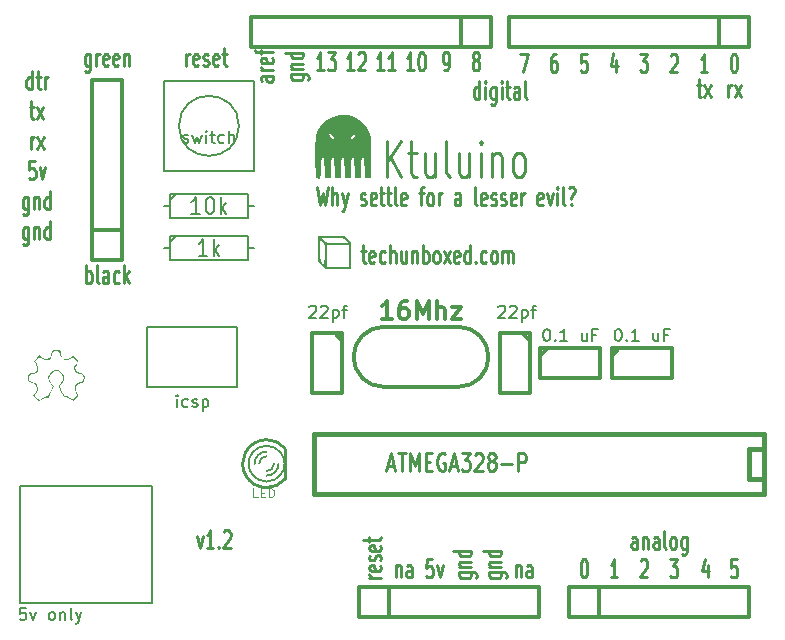
<source format=gto>
G04 (created by PCBNEW (2013-07-07 BZR 4022)-stable) date 8/3/2013 10:48:53 AM*
%MOIN*%
G04 Gerber Fmt 3.4, Leading zero omitted, Abs format*
%FSLAX34Y34*%
G01*
G70*
G90*
G04 APERTURE LIST*
%ADD10C,0.00590551*%
%ADD11C,0.01*%
%ADD12C,0.012*%
%ADD13C,0.008*%
%ADD14C,0.006*%
%ADD15C,0.015*%
%ADD16C,0.0001*%
%ADD17C,0.005*%
%ADD18C,0.0125*%
%ADD19C,0.0035*%
%ADD20C,0.01125*%
G04 APERTURE END LIST*
G54D10*
G54D11*
X71408Y-58392D02*
X71503Y-58792D01*
X71599Y-58392D01*
X71960Y-58792D02*
X71732Y-58792D01*
X71846Y-58792D02*
X71846Y-58192D01*
X71808Y-58278D01*
X71770Y-58335D01*
X71732Y-58364D01*
X72132Y-58735D02*
X72151Y-58764D01*
X72132Y-58792D01*
X72113Y-58764D01*
X72132Y-58735D01*
X72132Y-58792D01*
X72303Y-58250D02*
X72322Y-58221D01*
X72360Y-58192D01*
X72456Y-58192D01*
X72494Y-58221D01*
X72513Y-58250D01*
X72532Y-58307D01*
X72532Y-58364D01*
X72513Y-58450D01*
X72284Y-58792D01*
X72532Y-58792D01*
X75424Y-46762D02*
X75520Y-47362D01*
X75596Y-46934D01*
X75672Y-47362D01*
X75767Y-46762D01*
X75920Y-47362D02*
X75920Y-46762D01*
X76091Y-47362D02*
X76091Y-47048D01*
X76072Y-46991D01*
X76034Y-46962D01*
X75977Y-46962D01*
X75939Y-46991D01*
X75920Y-47020D01*
X76243Y-46962D02*
X76339Y-47362D01*
X76434Y-46962D02*
X76339Y-47362D01*
X76300Y-47505D01*
X76281Y-47534D01*
X76243Y-47562D01*
X76872Y-47334D02*
X76910Y-47362D01*
X76986Y-47362D01*
X77024Y-47334D01*
X77043Y-47277D01*
X77043Y-47248D01*
X77024Y-47191D01*
X76986Y-47162D01*
X76929Y-47162D01*
X76891Y-47134D01*
X76872Y-47077D01*
X76872Y-47048D01*
X76891Y-46991D01*
X76929Y-46962D01*
X76986Y-46962D01*
X77024Y-46991D01*
X77367Y-47334D02*
X77329Y-47362D01*
X77253Y-47362D01*
X77215Y-47334D01*
X77196Y-47277D01*
X77196Y-47048D01*
X77215Y-46991D01*
X77253Y-46962D01*
X77329Y-46962D01*
X77367Y-46991D01*
X77386Y-47048D01*
X77386Y-47105D01*
X77196Y-47162D01*
X77500Y-46962D02*
X77653Y-46962D01*
X77558Y-46762D02*
X77558Y-47277D01*
X77577Y-47334D01*
X77615Y-47362D01*
X77653Y-47362D01*
X77729Y-46962D02*
X77881Y-46962D01*
X77786Y-46762D02*
X77786Y-47277D01*
X77805Y-47334D01*
X77843Y-47362D01*
X77881Y-47362D01*
X78072Y-47362D02*
X78034Y-47334D01*
X78015Y-47277D01*
X78015Y-46762D01*
X78377Y-47334D02*
X78339Y-47362D01*
X78262Y-47362D01*
X78224Y-47334D01*
X78205Y-47277D01*
X78205Y-47048D01*
X78224Y-46991D01*
X78262Y-46962D01*
X78339Y-46962D01*
X78377Y-46991D01*
X78396Y-47048D01*
X78396Y-47105D01*
X78205Y-47162D01*
X78815Y-46962D02*
X78967Y-46962D01*
X78872Y-47362D02*
X78872Y-46848D01*
X78891Y-46791D01*
X78929Y-46762D01*
X78967Y-46762D01*
X79158Y-47362D02*
X79120Y-47334D01*
X79100Y-47305D01*
X79081Y-47248D01*
X79081Y-47077D01*
X79100Y-47020D01*
X79120Y-46991D01*
X79158Y-46962D01*
X79215Y-46962D01*
X79253Y-46991D01*
X79272Y-47020D01*
X79291Y-47077D01*
X79291Y-47248D01*
X79272Y-47305D01*
X79253Y-47334D01*
X79215Y-47362D01*
X79158Y-47362D01*
X79462Y-47362D02*
X79462Y-46962D01*
X79462Y-47077D02*
X79481Y-47020D01*
X79500Y-46991D01*
X79539Y-46962D01*
X79577Y-46962D01*
X80186Y-47362D02*
X80186Y-47048D01*
X80167Y-46991D01*
X80129Y-46962D01*
X80053Y-46962D01*
X80015Y-46991D01*
X80186Y-47334D02*
X80148Y-47362D01*
X80053Y-47362D01*
X80015Y-47334D01*
X79996Y-47277D01*
X79996Y-47220D01*
X80015Y-47162D01*
X80053Y-47134D01*
X80148Y-47134D01*
X80186Y-47105D01*
X80739Y-47362D02*
X80700Y-47334D01*
X80681Y-47277D01*
X80681Y-46762D01*
X81043Y-47334D02*
X81005Y-47362D01*
X80929Y-47362D01*
X80891Y-47334D01*
X80872Y-47277D01*
X80872Y-47048D01*
X80891Y-46991D01*
X80929Y-46962D01*
X81005Y-46962D01*
X81043Y-46991D01*
X81062Y-47048D01*
X81062Y-47105D01*
X80872Y-47162D01*
X81215Y-47334D02*
X81253Y-47362D01*
X81329Y-47362D01*
X81367Y-47334D01*
X81386Y-47277D01*
X81386Y-47248D01*
X81367Y-47191D01*
X81329Y-47162D01*
X81272Y-47162D01*
X81234Y-47134D01*
X81215Y-47077D01*
X81215Y-47048D01*
X81234Y-46991D01*
X81272Y-46962D01*
X81329Y-46962D01*
X81367Y-46991D01*
X81539Y-47334D02*
X81577Y-47362D01*
X81653Y-47362D01*
X81691Y-47334D01*
X81710Y-47277D01*
X81710Y-47248D01*
X81691Y-47191D01*
X81653Y-47162D01*
X81596Y-47162D01*
X81558Y-47134D01*
X81539Y-47077D01*
X81539Y-47048D01*
X81558Y-46991D01*
X81596Y-46962D01*
X81653Y-46962D01*
X81691Y-46991D01*
X82034Y-47334D02*
X81996Y-47362D01*
X81919Y-47362D01*
X81881Y-47334D01*
X81862Y-47277D01*
X81862Y-47048D01*
X81881Y-46991D01*
X81919Y-46962D01*
X81996Y-46962D01*
X82034Y-46991D01*
X82053Y-47048D01*
X82053Y-47105D01*
X81862Y-47162D01*
X82224Y-47362D02*
X82224Y-46962D01*
X82224Y-47077D02*
X82243Y-47020D01*
X82262Y-46991D01*
X82300Y-46962D01*
X82339Y-46962D01*
X82929Y-47334D02*
X82891Y-47362D01*
X82815Y-47362D01*
X82777Y-47334D01*
X82758Y-47277D01*
X82758Y-47048D01*
X82777Y-46991D01*
X82815Y-46962D01*
X82891Y-46962D01*
X82929Y-46991D01*
X82948Y-47048D01*
X82948Y-47105D01*
X82758Y-47162D01*
X83081Y-46962D02*
X83177Y-47362D01*
X83272Y-46962D01*
X83424Y-47362D02*
X83424Y-46962D01*
X83424Y-46762D02*
X83405Y-46791D01*
X83424Y-46820D01*
X83443Y-46791D01*
X83424Y-46762D01*
X83424Y-46820D01*
X83672Y-47362D02*
X83634Y-47334D01*
X83615Y-47277D01*
X83615Y-46762D01*
X83881Y-47305D02*
X83900Y-47334D01*
X83881Y-47362D01*
X83862Y-47334D01*
X83881Y-47305D01*
X83881Y-47362D01*
X83805Y-46791D02*
X83843Y-46762D01*
X83939Y-46762D01*
X83977Y-46791D01*
X83996Y-46848D01*
X83996Y-46905D01*
X83977Y-46962D01*
X83958Y-46991D01*
X83919Y-47020D01*
X83900Y-47048D01*
X83881Y-47105D01*
X83881Y-47134D01*
X77744Y-46415D02*
X77744Y-45215D01*
X78201Y-46415D02*
X77858Y-45730D01*
X78201Y-45215D02*
X77744Y-45901D01*
X78430Y-45615D02*
X78734Y-45615D01*
X78544Y-45215D02*
X78544Y-46244D01*
X78582Y-46358D01*
X78658Y-46415D01*
X78734Y-46415D01*
X79344Y-45615D02*
X79344Y-46415D01*
X79001Y-45615D02*
X79001Y-46244D01*
X79039Y-46358D01*
X79115Y-46415D01*
X79230Y-46415D01*
X79306Y-46358D01*
X79344Y-46301D01*
X79839Y-46415D02*
X79763Y-46358D01*
X79725Y-46244D01*
X79725Y-45215D01*
X80487Y-45615D02*
X80487Y-46415D01*
X80144Y-45615D02*
X80144Y-46244D01*
X80182Y-46358D01*
X80258Y-46415D01*
X80372Y-46415D01*
X80449Y-46358D01*
X80487Y-46301D01*
X80868Y-46415D02*
X80868Y-45615D01*
X80868Y-45215D02*
X80830Y-45272D01*
X80868Y-45330D01*
X80906Y-45272D01*
X80868Y-45215D01*
X80868Y-45330D01*
X81249Y-45615D02*
X81249Y-46415D01*
X81249Y-45730D02*
X81287Y-45672D01*
X81363Y-45615D01*
X81477Y-45615D01*
X81553Y-45672D01*
X81591Y-45787D01*
X81591Y-46415D01*
X82087Y-46415D02*
X82010Y-46358D01*
X81972Y-46301D01*
X81934Y-46187D01*
X81934Y-45844D01*
X81972Y-45730D01*
X82010Y-45672D01*
X82087Y-45615D01*
X82201Y-45615D01*
X82277Y-45672D01*
X82315Y-45730D01*
X82353Y-45844D01*
X82353Y-46187D01*
X82315Y-46301D01*
X82277Y-46358D01*
X82201Y-46415D01*
X82087Y-46415D01*
X65917Y-43492D02*
X65917Y-42892D01*
X65917Y-43464D02*
X65879Y-43492D01*
X65803Y-43492D01*
X65765Y-43464D01*
X65746Y-43435D01*
X65727Y-43378D01*
X65727Y-43207D01*
X65746Y-43150D01*
X65765Y-43121D01*
X65803Y-43092D01*
X65879Y-43092D01*
X65917Y-43121D01*
X66050Y-43092D02*
X66203Y-43092D01*
X66108Y-42892D02*
X66108Y-43407D01*
X66127Y-43464D01*
X66165Y-43492D01*
X66203Y-43492D01*
X66336Y-43492D02*
X66336Y-43092D01*
X66336Y-43207D02*
X66355Y-43150D01*
X66374Y-43121D01*
X66412Y-43092D01*
X66450Y-43092D01*
X65831Y-44092D02*
X65984Y-44092D01*
X65889Y-43892D02*
X65889Y-44407D01*
X65908Y-44464D01*
X65946Y-44492D01*
X65984Y-44492D01*
X66079Y-44492D02*
X66289Y-44092D01*
X66079Y-44092D02*
X66289Y-44492D01*
X65879Y-45492D02*
X65879Y-45092D01*
X65879Y-45207D02*
X65898Y-45150D01*
X65917Y-45121D01*
X65955Y-45092D01*
X65993Y-45092D01*
X66089Y-45492D02*
X66298Y-45092D01*
X66089Y-45092D02*
X66298Y-45492D01*
X66012Y-45892D02*
X65822Y-45892D01*
X65803Y-46178D01*
X65822Y-46150D01*
X65860Y-46121D01*
X65955Y-46121D01*
X65993Y-46150D01*
X66012Y-46178D01*
X66031Y-46235D01*
X66031Y-46378D01*
X66012Y-46435D01*
X65993Y-46464D01*
X65955Y-46492D01*
X65860Y-46492D01*
X65822Y-46464D01*
X65803Y-46435D01*
X66165Y-46092D02*
X66260Y-46492D01*
X66355Y-46092D01*
X65793Y-47092D02*
X65793Y-47578D01*
X65774Y-47635D01*
X65755Y-47664D01*
X65717Y-47692D01*
X65660Y-47692D01*
X65622Y-47664D01*
X65793Y-47464D02*
X65755Y-47492D01*
X65679Y-47492D01*
X65641Y-47464D01*
X65622Y-47435D01*
X65603Y-47378D01*
X65603Y-47207D01*
X65622Y-47150D01*
X65641Y-47121D01*
X65679Y-47092D01*
X65755Y-47092D01*
X65793Y-47121D01*
X65984Y-47092D02*
X65984Y-47492D01*
X65984Y-47150D02*
X66003Y-47121D01*
X66041Y-47092D01*
X66098Y-47092D01*
X66136Y-47121D01*
X66155Y-47178D01*
X66155Y-47492D01*
X66517Y-47492D02*
X66517Y-46892D01*
X66517Y-47464D02*
X66479Y-47492D01*
X66403Y-47492D01*
X66365Y-47464D01*
X66346Y-47435D01*
X66327Y-47378D01*
X66327Y-47207D01*
X66346Y-47150D01*
X66365Y-47121D01*
X66403Y-47092D01*
X66479Y-47092D01*
X66517Y-47121D01*
X65793Y-48092D02*
X65793Y-48578D01*
X65774Y-48635D01*
X65755Y-48664D01*
X65717Y-48692D01*
X65660Y-48692D01*
X65622Y-48664D01*
X65793Y-48464D02*
X65755Y-48492D01*
X65679Y-48492D01*
X65641Y-48464D01*
X65622Y-48435D01*
X65603Y-48378D01*
X65603Y-48207D01*
X65622Y-48150D01*
X65641Y-48121D01*
X65679Y-48092D01*
X65755Y-48092D01*
X65793Y-48121D01*
X65984Y-48092D02*
X65984Y-48492D01*
X65984Y-48150D02*
X66003Y-48121D01*
X66041Y-48092D01*
X66098Y-48092D01*
X66136Y-48121D01*
X66155Y-48178D01*
X66155Y-48492D01*
X66517Y-48492D02*
X66517Y-47892D01*
X66517Y-48464D02*
X66479Y-48492D01*
X66403Y-48492D01*
X66365Y-48464D01*
X66346Y-48435D01*
X66327Y-48378D01*
X66327Y-48207D01*
X66346Y-48150D01*
X66365Y-48121D01*
X66403Y-48092D01*
X66479Y-48092D01*
X66517Y-48121D01*
X71052Y-42712D02*
X71052Y-42312D01*
X71052Y-42427D02*
X71071Y-42370D01*
X71090Y-42341D01*
X71128Y-42312D01*
X71166Y-42312D01*
X71452Y-42684D02*
X71414Y-42712D01*
X71338Y-42712D01*
X71300Y-42684D01*
X71280Y-42627D01*
X71280Y-42398D01*
X71300Y-42341D01*
X71338Y-42312D01*
X71414Y-42312D01*
X71452Y-42341D01*
X71471Y-42398D01*
X71471Y-42455D01*
X71280Y-42512D01*
X71623Y-42684D02*
X71661Y-42712D01*
X71738Y-42712D01*
X71776Y-42684D01*
X71795Y-42627D01*
X71795Y-42598D01*
X71776Y-42541D01*
X71738Y-42512D01*
X71680Y-42512D01*
X71642Y-42484D01*
X71623Y-42427D01*
X71623Y-42398D01*
X71642Y-42341D01*
X71680Y-42312D01*
X71738Y-42312D01*
X71776Y-42341D01*
X72119Y-42684D02*
X72080Y-42712D01*
X72004Y-42712D01*
X71966Y-42684D01*
X71947Y-42627D01*
X71947Y-42398D01*
X71966Y-42341D01*
X72004Y-42312D01*
X72080Y-42312D01*
X72119Y-42341D01*
X72138Y-42398D01*
X72138Y-42455D01*
X71947Y-42512D01*
X72252Y-42312D02*
X72404Y-42312D01*
X72309Y-42112D02*
X72309Y-42627D01*
X72328Y-42684D01*
X72366Y-42712D01*
X72404Y-42712D01*
X67858Y-42312D02*
X67858Y-42798D01*
X67839Y-42855D01*
X67820Y-42884D01*
X67781Y-42912D01*
X67724Y-42912D01*
X67686Y-42884D01*
X67858Y-42684D02*
X67820Y-42712D01*
X67743Y-42712D01*
X67705Y-42684D01*
X67686Y-42655D01*
X67667Y-42598D01*
X67667Y-42427D01*
X67686Y-42370D01*
X67705Y-42341D01*
X67743Y-42312D01*
X67820Y-42312D01*
X67858Y-42341D01*
X68048Y-42712D02*
X68048Y-42312D01*
X68048Y-42427D02*
X68067Y-42370D01*
X68086Y-42341D01*
X68124Y-42312D01*
X68162Y-42312D01*
X68448Y-42684D02*
X68410Y-42712D01*
X68334Y-42712D01*
X68296Y-42684D01*
X68277Y-42627D01*
X68277Y-42398D01*
X68296Y-42341D01*
X68334Y-42312D01*
X68410Y-42312D01*
X68448Y-42341D01*
X68467Y-42398D01*
X68467Y-42455D01*
X68277Y-42512D01*
X68791Y-42684D02*
X68753Y-42712D01*
X68677Y-42712D01*
X68639Y-42684D01*
X68620Y-42627D01*
X68620Y-42398D01*
X68639Y-42341D01*
X68677Y-42312D01*
X68753Y-42312D01*
X68791Y-42341D01*
X68810Y-42398D01*
X68810Y-42455D01*
X68620Y-42512D01*
X68981Y-42312D02*
X68981Y-42712D01*
X68981Y-42370D02*
X69000Y-42341D01*
X69039Y-42312D01*
X69096Y-42312D01*
X69134Y-42341D01*
X69153Y-42398D01*
X69153Y-42712D01*
X67715Y-49962D02*
X67715Y-49362D01*
X67715Y-49591D02*
X67753Y-49562D01*
X67829Y-49562D01*
X67867Y-49591D01*
X67886Y-49620D01*
X67905Y-49677D01*
X67905Y-49848D01*
X67886Y-49905D01*
X67867Y-49934D01*
X67829Y-49962D01*
X67753Y-49962D01*
X67715Y-49934D01*
X68134Y-49962D02*
X68096Y-49934D01*
X68077Y-49877D01*
X68077Y-49362D01*
X68458Y-49962D02*
X68458Y-49648D01*
X68439Y-49591D01*
X68400Y-49562D01*
X68324Y-49562D01*
X68286Y-49591D01*
X68458Y-49934D02*
X68420Y-49962D01*
X68324Y-49962D01*
X68286Y-49934D01*
X68267Y-49877D01*
X68267Y-49820D01*
X68286Y-49762D01*
X68324Y-49734D01*
X68420Y-49734D01*
X68458Y-49705D01*
X68820Y-49934D02*
X68781Y-49962D01*
X68705Y-49962D01*
X68667Y-49934D01*
X68648Y-49905D01*
X68629Y-49848D01*
X68629Y-49677D01*
X68648Y-49620D01*
X68667Y-49591D01*
X68705Y-49562D01*
X68781Y-49562D01*
X68820Y-49591D01*
X68991Y-49962D02*
X68991Y-49362D01*
X69029Y-49734D02*
X69143Y-49962D01*
X69143Y-49562D02*
X68991Y-49791D01*
X86077Y-58812D02*
X86077Y-58498D01*
X86058Y-58441D01*
X86020Y-58412D01*
X85943Y-58412D01*
X85905Y-58441D01*
X86077Y-58784D02*
X86039Y-58812D01*
X85943Y-58812D01*
X85905Y-58784D01*
X85886Y-58727D01*
X85886Y-58670D01*
X85905Y-58612D01*
X85943Y-58584D01*
X86039Y-58584D01*
X86077Y-58555D01*
X86267Y-58412D02*
X86267Y-58812D01*
X86267Y-58470D02*
X86286Y-58441D01*
X86324Y-58412D01*
X86381Y-58412D01*
X86420Y-58441D01*
X86439Y-58498D01*
X86439Y-58812D01*
X86800Y-58812D02*
X86800Y-58498D01*
X86781Y-58441D01*
X86743Y-58412D01*
X86667Y-58412D01*
X86629Y-58441D01*
X86800Y-58784D02*
X86762Y-58812D01*
X86667Y-58812D01*
X86629Y-58784D01*
X86610Y-58727D01*
X86610Y-58670D01*
X86629Y-58612D01*
X86667Y-58584D01*
X86762Y-58584D01*
X86800Y-58555D01*
X87048Y-58812D02*
X87010Y-58784D01*
X86991Y-58727D01*
X86991Y-58212D01*
X87258Y-58812D02*
X87220Y-58784D01*
X87200Y-58755D01*
X87181Y-58698D01*
X87181Y-58527D01*
X87200Y-58470D01*
X87220Y-58441D01*
X87258Y-58412D01*
X87315Y-58412D01*
X87353Y-58441D01*
X87372Y-58470D01*
X87391Y-58527D01*
X87391Y-58698D01*
X87372Y-58755D01*
X87353Y-58784D01*
X87315Y-58812D01*
X87258Y-58812D01*
X87734Y-58412D02*
X87734Y-58898D01*
X87715Y-58955D01*
X87696Y-58984D01*
X87658Y-59012D01*
X87600Y-59012D01*
X87562Y-58984D01*
X87734Y-58784D02*
X87696Y-58812D01*
X87620Y-58812D01*
X87581Y-58784D01*
X87562Y-58755D01*
X87543Y-58698D01*
X87543Y-58527D01*
X87562Y-58470D01*
X87581Y-58441D01*
X87620Y-58412D01*
X87696Y-58412D01*
X87734Y-58441D01*
X77552Y-59767D02*
X77152Y-59767D01*
X77267Y-59767D02*
X77210Y-59748D01*
X77181Y-59729D01*
X77152Y-59691D01*
X77152Y-59653D01*
X77524Y-59367D02*
X77552Y-59405D01*
X77552Y-59481D01*
X77524Y-59519D01*
X77467Y-59539D01*
X77238Y-59539D01*
X77181Y-59519D01*
X77152Y-59481D01*
X77152Y-59405D01*
X77181Y-59367D01*
X77238Y-59348D01*
X77295Y-59348D01*
X77352Y-59539D01*
X77524Y-59196D02*
X77552Y-59158D01*
X77552Y-59081D01*
X77524Y-59043D01*
X77467Y-59024D01*
X77438Y-59024D01*
X77381Y-59043D01*
X77352Y-59081D01*
X77352Y-59139D01*
X77324Y-59177D01*
X77267Y-59196D01*
X77238Y-59196D01*
X77181Y-59177D01*
X77152Y-59139D01*
X77152Y-59081D01*
X77181Y-59043D01*
X77524Y-58700D02*
X77552Y-58739D01*
X77552Y-58815D01*
X77524Y-58853D01*
X77467Y-58872D01*
X77238Y-58872D01*
X77181Y-58853D01*
X77152Y-58815D01*
X77152Y-58739D01*
X77181Y-58700D01*
X77238Y-58681D01*
X77295Y-58681D01*
X77352Y-58872D01*
X77152Y-58567D02*
X77152Y-58415D01*
X76952Y-58510D02*
X77467Y-58510D01*
X77524Y-58491D01*
X77552Y-58453D01*
X77552Y-58415D01*
X78043Y-59362D02*
X78043Y-59762D01*
X78043Y-59420D02*
X78062Y-59391D01*
X78100Y-59362D01*
X78157Y-59362D01*
X78195Y-59391D01*
X78214Y-59448D01*
X78214Y-59762D01*
X78576Y-59762D02*
X78576Y-59448D01*
X78557Y-59391D01*
X78519Y-59362D01*
X78443Y-59362D01*
X78405Y-59391D01*
X78576Y-59734D02*
X78538Y-59762D01*
X78443Y-59762D01*
X78405Y-59734D01*
X78386Y-59677D01*
X78386Y-59620D01*
X78405Y-59562D01*
X78443Y-59534D01*
X78538Y-59534D01*
X78576Y-59505D01*
X79252Y-59162D02*
X79062Y-59162D01*
X79043Y-59448D01*
X79062Y-59420D01*
X79100Y-59391D01*
X79195Y-59391D01*
X79233Y-59420D01*
X79252Y-59448D01*
X79271Y-59505D01*
X79271Y-59648D01*
X79252Y-59705D01*
X79233Y-59734D01*
X79195Y-59762D01*
X79100Y-59762D01*
X79062Y-59734D01*
X79043Y-59705D01*
X79405Y-59362D02*
X79500Y-59762D01*
X79595Y-59362D01*
X80152Y-59596D02*
X80638Y-59596D01*
X80695Y-59615D01*
X80724Y-59634D01*
X80752Y-59672D01*
X80752Y-59729D01*
X80724Y-59767D01*
X80524Y-59596D02*
X80552Y-59634D01*
X80552Y-59710D01*
X80524Y-59748D01*
X80495Y-59767D01*
X80438Y-59786D01*
X80267Y-59786D01*
X80210Y-59767D01*
X80181Y-59748D01*
X80152Y-59710D01*
X80152Y-59634D01*
X80181Y-59596D01*
X80152Y-59405D02*
X80552Y-59405D01*
X80210Y-59405D02*
X80181Y-59386D01*
X80152Y-59348D01*
X80152Y-59291D01*
X80181Y-59253D01*
X80238Y-59234D01*
X80552Y-59234D01*
X80552Y-58872D02*
X79952Y-58872D01*
X80524Y-58872D02*
X80552Y-58910D01*
X80552Y-58986D01*
X80524Y-59024D01*
X80495Y-59043D01*
X80438Y-59062D01*
X80267Y-59062D01*
X80210Y-59043D01*
X80181Y-59024D01*
X80152Y-58986D01*
X80152Y-58910D01*
X80181Y-58872D01*
X81152Y-59596D02*
X81638Y-59596D01*
X81695Y-59615D01*
X81724Y-59634D01*
X81752Y-59672D01*
X81752Y-59729D01*
X81724Y-59767D01*
X81524Y-59596D02*
X81552Y-59634D01*
X81552Y-59710D01*
X81524Y-59748D01*
X81495Y-59767D01*
X81438Y-59786D01*
X81267Y-59786D01*
X81210Y-59767D01*
X81181Y-59748D01*
X81152Y-59710D01*
X81152Y-59634D01*
X81181Y-59596D01*
X81152Y-59405D02*
X81552Y-59405D01*
X81210Y-59405D02*
X81181Y-59386D01*
X81152Y-59348D01*
X81152Y-59291D01*
X81181Y-59253D01*
X81238Y-59234D01*
X81552Y-59234D01*
X81552Y-58872D02*
X80952Y-58872D01*
X81524Y-58872D02*
X81552Y-58910D01*
X81552Y-58986D01*
X81524Y-59024D01*
X81495Y-59043D01*
X81438Y-59062D01*
X81267Y-59062D01*
X81210Y-59043D01*
X81181Y-59024D01*
X81152Y-58986D01*
X81152Y-58910D01*
X81181Y-58872D01*
X82043Y-59362D02*
X82043Y-59762D01*
X82043Y-59420D02*
X82062Y-59391D01*
X82100Y-59362D01*
X82157Y-59362D01*
X82195Y-59391D01*
X82214Y-59448D01*
X82214Y-59762D01*
X82576Y-59762D02*
X82576Y-59448D01*
X82557Y-59391D01*
X82519Y-59362D01*
X82443Y-59362D01*
X82405Y-59391D01*
X82576Y-59734D02*
X82538Y-59762D01*
X82443Y-59762D01*
X82405Y-59734D01*
X82386Y-59677D01*
X82386Y-59620D01*
X82405Y-59562D01*
X82443Y-59534D01*
X82538Y-59534D01*
X82576Y-59505D01*
X84290Y-59162D02*
X84329Y-59162D01*
X84367Y-59191D01*
X84386Y-59220D01*
X84405Y-59277D01*
X84424Y-59391D01*
X84424Y-59534D01*
X84405Y-59648D01*
X84386Y-59705D01*
X84367Y-59734D01*
X84329Y-59762D01*
X84290Y-59762D01*
X84252Y-59734D01*
X84233Y-59705D01*
X84214Y-59648D01*
X84195Y-59534D01*
X84195Y-59391D01*
X84214Y-59277D01*
X84233Y-59220D01*
X84252Y-59191D01*
X84290Y-59162D01*
X85424Y-59762D02*
X85195Y-59762D01*
X85310Y-59762D02*
X85310Y-59162D01*
X85271Y-59248D01*
X85233Y-59305D01*
X85195Y-59334D01*
X86195Y-59220D02*
X86214Y-59191D01*
X86252Y-59162D01*
X86348Y-59162D01*
X86386Y-59191D01*
X86405Y-59220D01*
X86424Y-59277D01*
X86424Y-59334D01*
X86405Y-59420D01*
X86176Y-59762D01*
X86424Y-59762D01*
X87176Y-59162D02*
X87424Y-59162D01*
X87290Y-59391D01*
X87348Y-59391D01*
X87386Y-59420D01*
X87405Y-59448D01*
X87424Y-59505D01*
X87424Y-59648D01*
X87405Y-59705D01*
X87386Y-59734D01*
X87348Y-59762D01*
X87233Y-59762D01*
X87195Y-59734D01*
X87176Y-59705D01*
X88436Y-59362D02*
X88436Y-59762D01*
X88340Y-59134D02*
X88245Y-59562D01*
X88493Y-59562D01*
X89405Y-59162D02*
X89214Y-59162D01*
X89195Y-59448D01*
X89214Y-59420D01*
X89252Y-59391D01*
X89348Y-59391D01*
X89386Y-59420D01*
X89405Y-59448D01*
X89424Y-59505D01*
X89424Y-59648D01*
X89405Y-59705D01*
X89386Y-59734D01*
X89348Y-59762D01*
X89252Y-59762D01*
X89214Y-59734D01*
X89195Y-59705D01*
X80824Y-43812D02*
X80824Y-43212D01*
X80824Y-43784D02*
X80786Y-43812D01*
X80710Y-43812D01*
X80671Y-43784D01*
X80652Y-43755D01*
X80633Y-43698D01*
X80633Y-43527D01*
X80652Y-43470D01*
X80671Y-43441D01*
X80710Y-43412D01*
X80786Y-43412D01*
X80824Y-43441D01*
X81014Y-43812D02*
X81014Y-43412D01*
X81014Y-43212D02*
X80995Y-43241D01*
X81014Y-43270D01*
X81033Y-43241D01*
X81014Y-43212D01*
X81014Y-43270D01*
X81376Y-43412D02*
X81376Y-43898D01*
X81357Y-43955D01*
X81338Y-43984D01*
X81300Y-44012D01*
X81243Y-44012D01*
X81205Y-43984D01*
X81376Y-43784D02*
X81338Y-43812D01*
X81262Y-43812D01*
X81224Y-43784D01*
X81205Y-43755D01*
X81186Y-43698D01*
X81186Y-43527D01*
X81205Y-43470D01*
X81224Y-43441D01*
X81262Y-43412D01*
X81338Y-43412D01*
X81376Y-43441D01*
X81567Y-43812D02*
X81567Y-43412D01*
X81567Y-43212D02*
X81548Y-43241D01*
X81567Y-43270D01*
X81586Y-43241D01*
X81567Y-43212D01*
X81567Y-43270D01*
X81700Y-43412D02*
X81852Y-43412D01*
X81757Y-43212D02*
X81757Y-43727D01*
X81776Y-43784D01*
X81814Y-43812D01*
X81852Y-43812D01*
X82157Y-43812D02*
X82157Y-43498D01*
X82138Y-43441D01*
X82100Y-43412D01*
X82024Y-43412D01*
X81986Y-43441D01*
X82157Y-43784D02*
X82119Y-43812D01*
X82024Y-43812D01*
X81986Y-43784D01*
X81967Y-43727D01*
X81967Y-43670D01*
X81986Y-43612D01*
X82024Y-43584D01*
X82119Y-43584D01*
X82157Y-43555D01*
X82405Y-43812D02*
X82367Y-43784D01*
X82348Y-43727D01*
X82348Y-43212D01*
X89290Y-42312D02*
X89329Y-42312D01*
X89367Y-42341D01*
X89386Y-42370D01*
X89405Y-42427D01*
X89424Y-42541D01*
X89424Y-42684D01*
X89405Y-42798D01*
X89386Y-42855D01*
X89367Y-42884D01*
X89329Y-42912D01*
X89290Y-42912D01*
X89252Y-42884D01*
X89233Y-42855D01*
X89214Y-42798D01*
X89195Y-42684D01*
X89195Y-42541D01*
X89214Y-42427D01*
X89233Y-42370D01*
X89252Y-42341D01*
X89290Y-42312D01*
X89119Y-43762D02*
X89119Y-43362D01*
X89119Y-43477D02*
X89138Y-43420D01*
X89157Y-43391D01*
X89195Y-43362D01*
X89233Y-43362D01*
X89329Y-43762D02*
X89538Y-43362D01*
X89329Y-43362D02*
X89538Y-43762D01*
X88071Y-43362D02*
X88224Y-43362D01*
X88129Y-43162D02*
X88129Y-43677D01*
X88148Y-43734D01*
X88186Y-43762D01*
X88224Y-43762D01*
X88319Y-43762D02*
X88529Y-43362D01*
X88319Y-43362D02*
X88529Y-43762D01*
X88424Y-42912D02*
X88195Y-42912D01*
X88310Y-42912D02*
X88310Y-42312D01*
X88271Y-42398D01*
X88233Y-42455D01*
X88195Y-42484D01*
X87195Y-42370D02*
X87214Y-42341D01*
X87252Y-42312D01*
X87348Y-42312D01*
X87386Y-42341D01*
X87405Y-42370D01*
X87424Y-42427D01*
X87424Y-42484D01*
X87405Y-42570D01*
X87176Y-42912D01*
X87424Y-42912D01*
X86176Y-42312D02*
X86424Y-42312D01*
X86290Y-42541D01*
X86348Y-42541D01*
X86386Y-42570D01*
X86405Y-42598D01*
X86424Y-42655D01*
X86424Y-42798D01*
X86405Y-42855D01*
X86386Y-42884D01*
X86348Y-42912D01*
X86233Y-42912D01*
X86195Y-42884D01*
X86176Y-42855D01*
X85386Y-42512D02*
X85386Y-42912D01*
X85290Y-42284D02*
X85195Y-42712D01*
X85443Y-42712D01*
X84405Y-42312D02*
X84214Y-42312D01*
X84195Y-42598D01*
X84214Y-42570D01*
X84252Y-42541D01*
X84348Y-42541D01*
X84386Y-42570D01*
X84405Y-42598D01*
X84424Y-42655D01*
X84424Y-42798D01*
X84405Y-42855D01*
X84386Y-42884D01*
X84348Y-42912D01*
X84252Y-42912D01*
X84214Y-42884D01*
X84195Y-42855D01*
X83386Y-42312D02*
X83310Y-42312D01*
X83271Y-42341D01*
X83252Y-42370D01*
X83214Y-42455D01*
X83195Y-42570D01*
X83195Y-42798D01*
X83214Y-42855D01*
X83233Y-42884D01*
X83271Y-42912D01*
X83348Y-42912D01*
X83386Y-42884D01*
X83405Y-42855D01*
X83424Y-42798D01*
X83424Y-42655D01*
X83405Y-42598D01*
X83386Y-42570D01*
X83348Y-42541D01*
X83271Y-42541D01*
X83233Y-42570D01*
X83214Y-42598D01*
X83195Y-42655D01*
X82176Y-42312D02*
X82443Y-42312D01*
X82271Y-42912D01*
X80671Y-42520D02*
X80633Y-42491D01*
X80614Y-42462D01*
X80595Y-42405D01*
X80595Y-42377D01*
X80614Y-42320D01*
X80633Y-42291D01*
X80671Y-42262D01*
X80748Y-42262D01*
X80786Y-42291D01*
X80805Y-42320D01*
X80824Y-42377D01*
X80824Y-42405D01*
X80805Y-42462D01*
X80786Y-42491D01*
X80748Y-42520D01*
X80671Y-42520D01*
X80633Y-42548D01*
X80614Y-42577D01*
X80595Y-42634D01*
X80595Y-42748D01*
X80614Y-42805D01*
X80633Y-42834D01*
X80671Y-42862D01*
X80748Y-42862D01*
X80786Y-42834D01*
X80805Y-42805D01*
X80824Y-42748D01*
X80824Y-42634D01*
X80805Y-42577D01*
X80786Y-42548D01*
X80748Y-42520D01*
X79633Y-42862D02*
X79710Y-42862D01*
X79748Y-42834D01*
X79767Y-42805D01*
X79805Y-42720D01*
X79824Y-42605D01*
X79824Y-42377D01*
X79805Y-42320D01*
X79786Y-42291D01*
X79748Y-42262D01*
X79671Y-42262D01*
X79633Y-42291D01*
X79614Y-42320D01*
X79595Y-42377D01*
X79595Y-42520D01*
X79614Y-42577D01*
X79633Y-42605D01*
X79671Y-42634D01*
X79748Y-42634D01*
X79786Y-42605D01*
X79805Y-42577D01*
X79824Y-42520D01*
X78633Y-42862D02*
X78405Y-42862D01*
X78519Y-42862D02*
X78519Y-42262D01*
X78481Y-42348D01*
X78443Y-42405D01*
X78405Y-42434D01*
X78881Y-42262D02*
X78919Y-42262D01*
X78957Y-42291D01*
X78976Y-42320D01*
X78995Y-42377D01*
X79014Y-42491D01*
X79014Y-42634D01*
X78995Y-42748D01*
X78976Y-42805D01*
X78957Y-42834D01*
X78919Y-42862D01*
X78881Y-42862D01*
X78843Y-42834D01*
X78824Y-42805D01*
X78805Y-42748D01*
X78786Y-42634D01*
X78786Y-42491D01*
X78805Y-42377D01*
X78824Y-42320D01*
X78843Y-42291D01*
X78881Y-42262D01*
X77633Y-42862D02*
X77405Y-42862D01*
X77519Y-42862D02*
X77519Y-42262D01*
X77481Y-42348D01*
X77443Y-42405D01*
X77405Y-42434D01*
X78014Y-42862D02*
X77786Y-42862D01*
X77900Y-42862D02*
X77900Y-42262D01*
X77862Y-42348D01*
X77824Y-42405D01*
X77786Y-42434D01*
X76633Y-42862D02*
X76405Y-42862D01*
X76519Y-42862D02*
X76519Y-42262D01*
X76481Y-42348D01*
X76443Y-42405D01*
X76405Y-42434D01*
X76786Y-42320D02*
X76805Y-42291D01*
X76843Y-42262D01*
X76938Y-42262D01*
X76976Y-42291D01*
X76995Y-42320D01*
X77014Y-42377D01*
X77014Y-42434D01*
X76995Y-42520D01*
X76767Y-42862D01*
X77014Y-42862D01*
X75633Y-42862D02*
X75405Y-42862D01*
X75519Y-42862D02*
X75519Y-42262D01*
X75481Y-42348D01*
X75443Y-42405D01*
X75405Y-42434D01*
X75767Y-42262D02*
X76014Y-42262D01*
X75881Y-42491D01*
X75938Y-42491D01*
X75976Y-42520D01*
X75995Y-42548D01*
X76014Y-42605D01*
X76014Y-42748D01*
X75995Y-42805D01*
X75976Y-42834D01*
X75938Y-42862D01*
X75824Y-42862D01*
X75786Y-42834D01*
X75767Y-42805D01*
X76887Y-48892D02*
X77040Y-48892D01*
X76944Y-48692D02*
X76944Y-49207D01*
X76963Y-49264D01*
X77001Y-49292D01*
X77040Y-49292D01*
X77325Y-49264D02*
X77287Y-49292D01*
X77211Y-49292D01*
X77173Y-49264D01*
X77154Y-49207D01*
X77154Y-48978D01*
X77173Y-48921D01*
X77211Y-48892D01*
X77287Y-48892D01*
X77325Y-48921D01*
X77344Y-48978D01*
X77344Y-49035D01*
X77154Y-49092D01*
X77687Y-49264D02*
X77649Y-49292D01*
X77573Y-49292D01*
X77535Y-49264D01*
X77516Y-49235D01*
X77497Y-49178D01*
X77497Y-49007D01*
X77516Y-48950D01*
X77535Y-48921D01*
X77573Y-48892D01*
X77649Y-48892D01*
X77687Y-48921D01*
X77859Y-49292D02*
X77859Y-48692D01*
X78030Y-49292D02*
X78030Y-48978D01*
X78011Y-48921D01*
X77973Y-48892D01*
X77916Y-48892D01*
X77878Y-48921D01*
X77859Y-48950D01*
X78392Y-48892D02*
X78392Y-49292D01*
X78220Y-48892D02*
X78220Y-49207D01*
X78240Y-49264D01*
X78278Y-49292D01*
X78335Y-49292D01*
X78373Y-49264D01*
X78392Y-49235D01*
X78582Y-48892D02*
X78582Y-49292D01*
X78582Y-48950D02*
X78601Y-48921D01*
X78640Y-48892D01*
X78697Y-48892D01*
X78735Y-48921D01*
X78754Y-48978D01*
X78754Y-49292D01*
X78944Y-49292D02*
X78944Y-48692D01*
X78944Y-48921D02*
X78982Y-48892D01*
X79059Y-48892D01*
X79097Y-48921D01*
X79116Y-48950D01*
X79135Y-49007D01*
X79135Y-49178D01*
X79116Y-49235D01*
X79097Y-49264D01*
X79059Y-49292D01*
X78982Y-49292D01*
X78944Y-49264D01*
X79363Y-49292D02*
X79325Y-49264D01*
X79306Y-49235D01*
X79287Y-49178D01*
X79287Y-49007D01*
X79306Y-48950D01*
X79325Y-48921D01*
X79363Y-48892D01*
X79420Y-48892D01*
X79459Y-48921D01*
X79478Y-48950D01*
X79497Y-49007D01*
X79497Y-49178D01*
X79478Y-49235D01*
X79459Y-49264D01*
X79420Y-49292D01*
X79363Y-49292D01*
X79630Y-49292D02*
X79839Y-48892D01*
X79630Y-48892D02*
X79839Y-49292D01*
X80144Y-49264D02*
X80106Y-49292D01*
X80030Y-49292D01*
X79992Y-49264D01*
X79973Y-49207D01*
X79973Y-48978D01*
X79992Y-48921D01*
X80030Y-48892D01*
X80106Y-48892D01*
X80144Y-48921D01*
X80163Y-48978D01*
X80163Y-49035D01*
X79973Y-49092D01*
X80506Y-49292D02*
X80506Y-48692D01*
X80506Y-49264D02*
X80468Y-49292D01*
X80392Y-49292D01*
X80354Y-49264D01*
X80335Y-49235D01*
X80316Y-49178D01*
X80316Y-49007D01*
X80335Y-48950D01*
X80354Y-48921D01*
X80392Y-48892D01*
X80468Y-48892D01*
X80506Y-48921D01*
X80697Y-49235D02*
X80716Y-49264D01*
X80697Y-49292D01*
X80678Y-49264D01*
X80697Y-49235D01*
X80697Y-49292D01*
X81059Y-49264D02*
X81020Y-49292D01*
X80944Y-49292D01*
X80906Y-49264D01*
X80887Y-49235D01*
X80868Y-49178D01*
X80868Y-49007D01*
X80887Y-48950D01*
X80906Y-48921D01*
X80944Y-48892D01*
X81020Y-48892D01*
X81059Y-48921D01*
X81287Y-49292D02*
X81249Y-49264D01*
X81230Y-49235D01*
X81211Y-49178D01*
X81211Y-49007D01*
X81230Y-48950D01*
X81249Y-48921D01*
X81287Y-48892D01*
X81344Y-48892D01*
X81382Y-48921D01*
X81401Y-48950D01*
X81420Y-49007D01*
X81420Y-49178D01*
X81401Y-49235D01*
X81382Y-49264D01*
X81344Y-49292D01*
X81287Y-49292D01*
X81592Y-49292D02*
X81592Y-48892D01*
X81592Y-48950D02*
X81611Y-48921D01*
X81649Y-48892D01*
X81706Y-48892D01*
X81744Y-48921D01*
X81763Y-48978D01*
X81763Y-49292D01*
X81763Y-48978D02*
X81782Y-48921D01*
X81820Y-48892D01*
X81878Y-48892D01*
X81916Y-48921D01*
X81935Y-48978D01*
X81935Y-49292D01*
X74552Y-42996D02*
X75038Y-42996D01*
X75095Y-43015D01*
X75124Y-43034D01*
X75152Y-43072D01*
X75152Y-43129D01*
X75124Y-43167D01*
X74924Y-42996D02*
X74952Y-43034D01*
X74952Y-43110D01*
X74924Y-43148D01*
X74895Y-43167D01*
X74838Y-43186D01*
X74667Y-43186D01*
X74610Y-43167D01*
X74581Y-43148D01*
X74552Y-43110D01*
X74552Y-43034D01*
X74581Y-42996D01*
X74552Y-42805D02*
X74952Y-42805D01*
X74610Y-42805D02*
X74581Y-42786D01*
X74552Y-42748D01*
X74552Y-42691D01*
X74581Y-42653D01*
X74638Y-42634D01*
X74952Y-42634D01*
X74952Y-42272D02*
X74352Y-42272D01*
X74924Y-42272D02*
X74952Y-42310D01*
X74952Y-42386D01*
X74924Y-42424D01*
X74895Y-42443D01*
X74838Y-42462D01*
X74667Y-42462D01*
X74610Y-42443D01*
X74581Y-42424D01*
X74552Y-42386D01*
X74552Y-42310D01*
X74581Y-42272D01*
X73952Y-43043D02*
X73638Y-43043D01*
X73581Y-43062D01*
X73552Y-43100D01*
X73552Y-43177D01*
X73581Y-43215D01*
X73924Y-43043D02*
X73952Y-43081D01*
X73952Y-43177D01*
X73924Y-43215D01*
X73867Y-43234D01*
X73810Y-43234D01*
X73752Y-43215D01*
X73724Y-43177D01*
X73724Y-43081D01*
X73695Y-43043D01*
X73952Y-42853D02*
X73552Y-42853D01*
X73667Y-42853D02*
X73610Y-42834D01*
X73581Y-42815D01*
X73552Y-42777D01*
X73552Y-42739D01*
X73924Y-42453D02*
X73952Y-42491D01*
X73952Y-42567D01*
X73924Y-42605D01*
X73867Y-42624D01*
X73638Y-42624D01*
X73581Y-42605D01*
X73552Y-42567D01*
X73552Y-42491D01*
X73581Y-42453D01*
X73638Y-42434D01*
X73695Y-42434D01*
X73752Y-42624D01*
X73552Y-42320D02*
X73552Y-42167D01*
X73952Y-42262D02*
X73438Y-42262D01*
X73381Y-42243D01*
X73352Y-42205D01*
X73352Y-42167D01*
G54D12*
X89819Y-42079D02*
X81819Y-42079D01*
X81819Y-42079D02*
X81819Y-41079D01*
X81819Y-41079D02*
X89819Y-41079D01*
X89819Y-41079D02*
X89819Y-42079D01*
X88819Y-41079D02*
X88819Y-42079D01*
X81219Y-42079D02*
X73219Y-42079D01*
X73219Y-42079D02*
X73219Y-41079D01*
X73219Y-41079D02*
X81219Y-41079D01*
X81219Y-41079D02*
X81219Y-42079D01*
X80219Y-41079D02*
X80219Y-42079D01*
X83819Y-61079D02*
X83819Y-60079D01*
X83819Y-60079D02*
X89819Y-60079D01*
X89819Y-60079D02*
X89819Y-61079D01*
X89819Y-61079D02*
X83819Y-61079D01*
X84819Y-61079D02*
X84819Y-60079D01*
X68919Y-49179D02*
X67919Y-49179D01*
X67919Y-49179D02*
X67919Y-43179D01*
X67919Y-43179D02*
X68919Y-43179D01*
X68919Y-43179D02*
X68919Y-49179D01*
X68919Y-48179D02*
X67919Y-48179D01*
X76819Y-61079D02*
X76819Y-60079D01*
X76819Y-60079D02*
X82819Y-60079D01*
X82819Y-60079D02*
X82819Y-61079D01*
X82819Y-61079D02*
X76819Y-61079D01*
X77819Y-61079D02*
X77819Y-60079D01*
G54D13*
X70309Y-47370D02*
X70509Y-47370D01*
X73309Y-47370D02*
X73109Y-47370D01*
X73109Y-47370D02*
X73109Y-46970D01*
X73109Y-46970D02*
X70509Y-46970D01*
X70509Y-46970D02*
X70509Y-47770D01*
X70509Y-47770D02*
X73109Y-47770D01*
X73109Y-47770D02*
X73109Y-47370D01*
X70509Y-47170D02*
X70709Y-46970D01*
X70309Y-48770D02*
X70509Y-48770D01*
X73309Y-48770D02*
X73109Y-48770D01*
X73109Y-48770D02*
X73109Y-48370D01*
X73109Y-48370D02*
X70509Y-48370D01*
X70509Y-48370D02*
X70509Y-49170D01*
X70509Y-49170D02*
X73109Y-49170D01*
X73109Y-49170D02*
X73109Y-48770D01*
X70509Y-48570D02*
X70709Y-48370D01*
X72759Y-53420D02*
X69759Y-53420D01*
X69759Y-51420D02*
X72759Y-51420D01*
X72759Y-51420D02*
X72759Y-53420D01*
X69759Y-53420D02*
X69759Y-51420D01*
G54D11*
X74349Y-56470D02*
X74349Y-55470D01*
G54D14*
X73268Y-55586D02*
G75*
G03X73129Y-55970I460J-384D01*
G74*
G01*
X73130Y-55970D02*
G75*
G03X73281Y-56367I599J0D01*
G74*
G01*
X74329Y-55970D02*
G75*
G03X74184Y-55580I-599J0D01*
G74*
G01*
X74190Y-56354D02*
G75*
G03X74329Y-55970I-460J384D01*
G74*
G01*
X74217Y-55620D02*
G75*
G03X73729Y-55370I-487J-349D01*
G74*
G01*
X73729Y-55370D02*
G75*
G03X73250Y-55609I0J-600D01*
G74*
G01*
X73729Y-56569D02*
G75*
G03X74202Y-56338I0J599D01*
G74*
G01*
X73256Y-56338D02*
G75*
G03X73729Y-56570I473J368D01*
G74*
G01*
X73729Y-55720D02*
G75*
G03X73479Y-55970I0J-250D01*
G74*
G01*
X73729Y-55570D02*
G75*
G03X73329Y-55970I0J-400D01*
G74*
G01*
X73729Y-56220D02*
G75*
G03X73979Y-55970I0J250D01*
G74*
G01*
X73729Y-56370D02*
G75*
G03X74129Y-55970I0J400D01*
G74*
G01*
G54D11*
X74343Y-55456D02*
G75*
G03X73729Y-55170I-613J-513D01*
G74*
G01*
X73729Y-55171D02*
G75*
G03X73025Y-55593I0J-799D01*
G74*
G01*
X73731Y-56769D02*
G75*
G03X74340Y-56485I-1J798D01*
G74*
G01*
X73035Y-56367D02*
G75*
G03X73729Y-56770I694J397D01*
G74*
G01*
X73025Y-55590D02*
G75*
G03X72929Y-55970I704J-379D01*
G74*
G01*
X72930Y-55970D02*
G75*
G03X73048Y-56389I799J0D01*
G74*
G01*
G54D15*
X90319Y-56970D02*
X75319Y-56970D01*
X75319Y-56970D02*
X75319Y-54970D01*
X75319Y-54970D02*
X90319Y-54970D01*
X90319Y-54970D02*
X90319Y-56970D01*
X90319Y-56470D02*
X89819Y-56470D01*
X89819Y-56470D02*
X89819Y-55470D01*
X89819Y-55470D02*
X90319Y-55470D01*
G54D12*
X82500Y-51640D02*
X82500Y-53620D01*
X82500Y-53620D02*
X81500Y-53620D01*
X81500Y-53620D02*
X81500Y-51620D01*
X81500Y-51620D02*
X82500Y-51620D01*
X82250Y-51620D02*
X82500Y-51870D01*
X76259Y-51640D02*
X76259Y-53620D01*
X76259Y-53620D02*
X75259Y-53620D01*
X75259Y-53620D02*
X75259Y-51620D01*
X75259Y-51620D02*
X76259Y-51620D01*
X76009Y-51620D02*
X76259Y-51870D01*
X82879Y-52120D02*
X84859Y-52120D01*
X84859Y-52120D02*
X84859Y-53120D01*
X84859Y-53120D02*
X82859Y-53120D01*
X82859Y-53120D02*
X82859Y-52120D01*
X82859Y-52370D02*
X83109Y-52120D01*
X85259Y-52120D02*
X87239Y-52120D01*
X87239Y-52120D02*
X87239Y-53120D01*
X87239Y-53120D02*
X85239Y-53120D01*
X85239Y-53120D02*
X85239Y-52120D01*
X85239Y-52370D02*
X85489Y-52120D01*
G54D10*
X69919Y-56729D02*
X69919Y-60629D01*
X69919Y-60629D02*
X65519Y-60629D01*
X65519Y-60629D02*
X65519Y-56729D01*
X65519Y-56729D02*
X69919Y-56729D01*
G54D16*
G36*
X67663Y-53119D02*
X67660Y-53210D01*
X67639Y-53255D01*
X67630Y-53258D01*
X67630Y-53121D01*
X67611Y-53030D01*
X67551Y-52984D01*
X67461Y-52973D01*
X67401Y-52944D01*
X67346Y-52872D01*
X67314Y-52800D01*
X67318Y-52747D01*
X67359Y-52679D01*
X67366Y-52669D01*
X67438Y-52567D01*
X67354Y-52483D01*
X67270Y-52399D01*
X67171Y-52472D01*
X67100Y-52519D01*
X67048Y-52526D01*
X66979Y-52498D01*
X66971Y-52494D01*
X66887Y-52425D01*
X66849Y-52324D01*
X66827Y-52245D01*
X66788Y-52212D01*
X66714Y-52206D01*
X66641Y-52212D01*
X66604Y-52242D01*
X66584Y-52316D01*
X66580Y-52337D01*
X66537Y-52451D01*
X66461Y-52509D01*
X66358Y-52508D01*
X66266Y-52465D01*
X66160Y-52398D01*
X66078Y-52474D01*
X65997Y-52550D01*
X66067Y-52663D01*
X66110Y-52746D01*
X66116Y-52811D01*
X66097Y-52870D01*
X66053Y-52939D01*
X65977Y-52976D01*
X65927Y-52986D01*
X65843Y-53004D01*
X65805Y-53036D01*
X65796Y-53100D01*
X65796Y-53119D01*
X65802Y-53193D01*
X65834Y-53230D01*
X65910Y-53249D01*
X65922Y-53251D01*
X66014Y-53277D01*
X66066Y-53329D01*
X66088Y-53378D01*
X66110Y-53460D01*
X66096Y-53529D01*
X66063Y-53589D01*
X66023Y-53660D01*
X66018Y-53703D01*
X66052Y-53747D01*
X66071Y-53767D01*
X66126Y-53819D01*
X66163Y-53833D01*
X66211Y-53810D01*
X66263Y-53773D01*
X66340Y-53732D01*
X66401Y-53723D01*
X66405Y-53725D01*
X66444Y-53714D01*
X66488Y-53649D01*
X66528Y-53561D01*
X66602Y-53378D01*
X66532Y-53309D01*
X66465Y-53200D01*
X66457Y-53081D01*
X66507Y-52967D01*
X66556Y-52915D01*
X66668Y-52851D01*
X66774Y-52853D01*
X66882Y-52921D01*
X66899Y-52937D01*
X66977Y-53048D01*
X66989Y-53159D01*
X66935Y-53274D01*
X66918Y-53295D01*
X66840Y-53390D01*
X66919Y-53568D01*
X66971Y-53673D01*
X67014Y-53722D01*
X67050Y-53726D01*
X67110Y-53731D01*
X67185Y-53771D01*
X67189Y-53774D01*
X67275Y-53842D01*
X67356Y-53762D01*
X67408Y-53704D01*
X67416Y-53661D01*
X67384Y-53601D01*
X67378Y-53593D01*
X67336Y-53479D01*
X67354Y-53374D01*
X67425Y-53293D01*
X67506Y-53259D01*
X67587Y-53232D01*
X67622Y-53192D01*
X67630Y-53121D01*
X67630Y-53258D01*
X67584Y-53276D01*
X67532Y-53285D01*
X67443Y-53307D01*
X67399Y-53347D01*
X67380Y-53405D01*
X67383Y-53528D01*
X67418Y-53605D01*
X67454Y-53674D01*
X67454Y-53720D01*
X67412Y-53772D01*
X67390Y-53794D01*
X67302Y-53882D01*
X67191Y-53816D01*
X67105Y-53776D01*
X67036Y-53762D01*
X67026Y-53763D01*
X66984Y-53749D01*
X66936Y-53682D01*
X66889Y-53583D01*
X66805Y-53390D01*
X66884Y-53295D01*
X66951Y-53178D01*
X66951Y-53065D01*
X66885Y-52959D01*
X66881Y-52955D01*
X66783Y-52886D01*
X66687Y-52884D01*
X66584Y-52947D01*
X66583Y-52948D01*
X66505Y-53053D01*
X66489Y-53164D01*
X66536Y-53269D01*
X66567Y-53302D01*
X66637Y-53368D01*
X66558Y-53572D01*
X66510Y-53685D01*
X66471Y-53746D01*
X66432Y-53767D01*
X66412Y-53767D01*
X66337Y-53779D01*
X66263Y-53815D01*
X66198Y-53858D01*
X66153Y-53865D01*
X66104Y-53832D01*
X66049Y-53776D01*
X65956Y-53679D01*
X66028Y-53582D01*
X66074Y-53508D01*
X66079Y-53449D01*
X66059Y-53395D01*
X65996Y-53317D01*
X65932Y-53286D01*
X65833Y-53261D01*
X65783Y-53231D01*
X65765Y-53180D01*
X65763Y-53125D01*
X65787Y-53018D01*
X65860Y-52956D01*
X65961Y-52940D01*
X66033Y-52913D01*
X66070Y-52844D01*
X66068Y-52749D01*
X66031Y-52658D01*
X65964Y-52551D01*
X66062Y-52457D01*
X66159Y-52364D01*
X66266Y-52432D01*
X66377Y-52476D01*
X66467Y-52458D01*
X66530Y-52379D01*
X66553Y-52310D01*
X66577Y-52233D01*
X66616Y-52196D01*
X66694Y-52181D01*
X66719Y-52179D01*
X66807Y-52176D01*
X66850Y-52195D01*
X66870Y-52253D01*
X66878Y-52300D01*
X66920Y-52417D01*
X66991Y-52478D01*
X67084Y-52480D01*
X67162Y-52440D01*
X67245Y-52388D01*
X67302Y-52381D01*
X67358Y-52421D01*
X67390Y-52456D01*
X67445Y-52527D01*
X67456Y-52579D01*
X67422Y-52640D01*
X67399Y-52670D01*
X67354Y-52770D01*
X67370Y-52858D01*
X67442Y-52924D01*
X67531Y-52953D01*
X67613Y-52969D01*
X67651Y-52998D01*
X67662Y-53061D01*
X67663Y-53119D01*
X67663Y-53119D01*
X67663Y-53119D01*
G37*
G36*
X77217Y-45605D02*
X77216Y-45796D01*
X77207Y-46457D01*
X77107Y-46457D01*
X77007Y-46457D01*
X76997Y-46098D01*
X76991Y-45934D01*
X76982Y-45826D01*
X76968Y-45765D01*
X76949Y-45741D01*
X76940Y-45740D01*
X76918Y-45753D01*
X76902Y-45800D01*
X76892Y-45890D01*
X76885Y-46033D01*
X76883Y-46098D01*
X76873Y-46457D01*
X76773Y-46457D01*
X76689Y-46457D01*
X76689Y-45003D01*
X76666Y-44974D01*
X76658Y-44973D01*
X76618Y-44998D01*
X76575Y-45047D01*
X76529Y-45129D01*
X76529Y-45170D01*
X76569Y-45163D01*
X76629Y-45118D01*
X76675Y-45058D01*
X76689Y-45003D01*
X76689Y-46457D01*
X76673Y-46457D01*
X76664Y-46098D01*
X76658Y-45934D01*
X76649Y-45826D01*
X76635Y-45765D01*
X76615Y-45741D01*
X76607Y-45740D01*
X76584Y-45753D01*
X76569Y-45800D01*
X76558Y-45890D01*
X76551Y-46033D01*
X76549Y-46098D01*
X76540Y-46457D01*
X76440Y-46457D01*
X76340Y-46457D01*
X76330Y-46098D01*
X76324Y-45934D01*
X76315Y-45826D01*
X76302Y-45765D01*
X76282Y-45741D01*
X76273Y-45740D01*
X76251Y-45753D01*
X76235Y-45800D01*
X76225Y-45890D01*
X76218Y-46033D01*
X76216Y-46098D01*
X76207Y-46457D01*
X76107Y-46457D01*
X76007Y-46457D01*
X75997Y-46098D01*
X75991Y-45934D01*
X75990Y-45922D01*
X75990Y-45147D01*
X75970Y-45096D01*
X75926Y-45033D01*
X75878Y-44984D01*
X75855Y-44973D01*
X75825Y-44995D01*
X75836Y-45050D01*
X75878Y-45112D01*
X75938Y-45162D01*
X75979Y-45170D01*
X75990Y-45147D01*
X75990Y-45922D01*
X75982Y-45826D01*
X75968Y-45765D01*
X75949Y-45741D01*
X75940Y-45740D01*
X75918Y-45753D01*
X75902Y-45800D01*
X75892Y-45890D01*
X75885Y-46033D01*
X75883Y-46098D01*
X75873Y-46457D01*
X75773Y-46457D01*
X75673Y-46457D01*
X75664Y-46098D01*
X75658Y-45934D01*
X75649Y-45826D01*
X75635Y-45765D01*
X75615Y-45741D01*
X75607Y-45740D01*
X75584Y-45753D01*
X75569Y-45800D01*
X75558Y-45890D01*
X75551Y-46033D01*
X75549Y-46098D01*
X75544Y-46257D01*
X75537Y-46361D01*
X75526Y-46422D01*
X75508Y-46453D01*
X75480Y-46465D01*
X75472Y-46466D01*
X75406Y-46464D01*
X75380Y-46452D01*
X75373Y-46413D01*
X75367Y-46318D01*
X75362Y-46176D01*
X75359Y-45998D01*
X75357Y-45794D01*
X75357Y-45726D01*
X75357Y-45490D01*
X75359Y-45310D01*
X75363Y-45176D01*
X75371Y-45077D01*
X75382Y-45003D01*
X75399Y-44942D01*
X75422Y-44885D01*
X75435Y-44856D01*
X75562Y-44652D01*
X75730Y-44500D01*
X75940Y-44400D01*
X76192Y-44351D01*
X76240Y-44347D01*
X76379Y-44342D01*
X76478Y-44348D01*
X76564Y-44370D01*
X76662Y-44414D01*
X76723Y-44446D01*
X76927Y-44585D01*
X77082Y-44765D01*
X77181Y-44978D01*
X77190Y-45007D01*
X77201Y-45085D01*
X77210Y-45218D01*
X77215Y-45395D01*
X77217Y-45605D01*
X77217Y-45605D01*
X77217Y-45605D01*
G37*
G54D17*
X72809Y-44710D02*
G75*
G03X72809Y-44710I-1000J0D01*
G74*
G01*
X70309Y-43210D02*
X73309Y-43210D01*
X73309Y-43210D02*
X73309Y-46210D01*
X73309Y-46210D02*
X70309Y-46210D01*
X70309Y-43210D02*
X70309Y-46210D01*
G54D18*
X80129Y-51410D02*
X77629Y-51410D01*
X80129Y-53410D02*
X77629Y-53410D01*
X76629Y-52410D02*
G75*
G03X77629Y-53410I1000J0D01*
G74*
G01*
X77629Y-51410D02*
G75*
G03X76629Y-52410I0J-1000D01*
G74*
G01*
X80129Y-53410D02*
G75*
G03X81129Y-52410I0J1000D01*
G74*
G01*
X81129Y-52410D02*
G75*
G03X80129Y-51410I-1000J0D01*
G74*
G01*
G54D16*
G36*
X76544Y-49477D02*
X76477Y-49477D01*
X76477Y-49410D01*
X76477Y-49043D01*
X76477Y-48677D01*
X76455Y-48677D01*
X76455Y-48610D01*
X76377Y-48527D01*
X76339Y-48490D01*
X76297Y-48466D01*
X76237Y-48452D01*
X76144Y-48445D01*
X76006Y-48443D01*
X75932Y-48443D01*
X75565Y-48443D01*
X75644Y-48527D01*
X75682Y-48563D01*
X75724Y-48587D01*
X75784Y-48601D01*
X75876Y-48608D01*
X76015Y-48610D01*
X76088Y-48610D01*
X76455Y-48610D01*
X76455Y-48677D01*
X76110Y-48677D01*
X75744Y-48677D01*
X75744Y-49043D01*
X75744Y-49410D01*
X76110Y-49410D01*
X76477Y-49410D01*
X76477Y-49477D01*
X76117Y-49477D01*
X75690Y-49477D01*
X75673Y-49459D01*
X75673Y-48851D01*
X75671Y-48747D01*
X75662Y-48679D01*
X75641Y-48633D01*
X75607Y-48592D01*
X75595Y-48579D01*
X75510Y-48495D01*
X75510Y-48842D01*
X75511Y-49001D01*
X75517Y-49108D01*
X75530Y-49179D01*
X75552Y-49228D01*
X75585Y-49269D01*
X75660Y-49349D01*
X75670Y-49006D01*
X75673Y-48851D01*
X75673Y-49459D01*
X75567Y-49350D01*
X75443Y-49224D01*
X75443Y-48800D01*
X75444Y-48377D01*
X75887Y-48377D01*
X76330Y-48377D01*
X76437Y-48486D01*
X76543Y-48596D01*
X76544Y-49036D01*
X76544Y-49477D01*
X76544Y-49477D01*
X76544Y-49477D01*
G37*
G54D13*
X71512Y-47642D02*
X71226Y-47642D01*
X71369Y-47642D02*
X71369Y-47092D01*
X71321Y-47171D01*
X71274Y-47223D01*
X71226Y-47249D01*
X71821Y-47092D02*
X71869Y-47092D01*
X71916Y-47118D01*
X71940Y-47145D01*
X71964Y-47197D01*
X71988Y-47302D01*
X71988Y-47433D01*
X71964Y-47537D01*
X71940Y-47590D01*
X71916Y-47616D01*
X71869Y-47642D01*
X71821Y-47642D01*
X71774Y-47616D01*
X71750Y-47590D01*
X71726Y-47537D01*
X71702Y-47433D01*
X71702Y-47302D01*
X71726Y-47197D01*
X71750Y-47145D01*
X71774Y-47118D01*
X71821Y-47092D01*
X72202Y-47642D02*
X72202Y-47092D01*
X72250Y-47433D02*
X72393Y-47642D01*
X72393Y-47276D02*
X72202Y-47485D01*
X71750Y-49042D02*
X71464Y-49042D01*
X71607Y-49042D02*
X71607Y-48492D01*
X71559Y-48571D01*
X71512Y-48623D01*
X71464Y-48649D01*
X71964Y-49042D02*
X71964Y-48492D01*
X72012Y-48833D02*
X72155Y-49042D01*
X72155Y-48676D02*
X71964Y-48885D01*
X70745Y-54081D02*
X70745Y-53815D01*
X70745Y-53681D02*
X70726Y-53701D01*
X70745Y-53720D01*
X70764Y-53701D01*
X70745Y-53681D01*
X70745Y-53720D01*
X71107Y-54062D02*
X71069Y-54081D01*
X70993Y-54081D01*
X70955Y-54062D01*
X70936Y-54043D01*
X70916Y-54005D01*
X70916Y-53891D01*
X70936Y-53853D01*
X70955Y-53834D01*
X70993Y-53815D01*
X71069Y-53815D01*
X71107Y-53834D01*
X71259Y-54062D02*
X71297Y-54081D01*
X71374Y-54081D01*
X71412Y-54062D01*
X71431Y-54024D01*
X71431Y-54005D01*
X71412Y-53967D01*
X71374Y-53948D01*
X71316Y-53948D01*
X71278Y-53929D01*
X71259Y-53891D01*
X71259Y-53872D01*
X71278Y-53834D01*
X71316Y-53815D01*
X71374Y-53815D01*
X71412Y-53834D01*
X71602Y-53815D02*
X71602Y-54215D01*
X71602Y-53834D02*
X71640Y-53815D01*
X71716Y-53815D01*
X71755Y-53834D01*
X71774Y-53853D01*
X71793Y-53891D01*
X71793Y-54005D01*
X71774Y-54043D01*
X71755Y-54062D01*
X71716Y-54081D01*
X71640Y-54081D01*
X71602Y-54062D01*
G54D19*
X73437Y-57091D02*
X73294Y-57091D01*
X73294Y-56791D01*
X73537Y-56934D02*
X73637Y-56934D01*
X73679Y-57091D02*
X73537Y-57091D01*
X73537Y-56791D01*
X73679Y-56791D01*
X73808Y-57091D02*
X73808Y-56791D01*
X73879Y-56791D01*
X73922Y-56805D01*
X73951Y-56834D01*
X73965Y-56862D01*
X73979Y-56920D01*
X73979Y-56962D01*
X73965Y-57020D01*
X73951Y-57048D01*
X73922Y-57077D01*
X73879Y-57091D01*
X73808Y-57091D01*
G54D20*
X77766Y-56041D02*
X77980Y-56041D01*
X77723Y-56212D02*
X77873Y-55612D01*
X78023Y-56212D01*
X78108Y-55612D02*
X78366Y-55612D01*
X78237Y-56212D02*
X78237Y-55612D01*
X78516Y-56212D02*
X78516Y-55612D01*
X78666Y-56041D01*
X78816Y-55612D01*
X78816Y-56212D01*
X79030Y-55898D02*
X79180Y-55898D01*
X79244Y-56212D02*
X79030Y-56212D01*
X79030Y-55612D01*
X79244Y-55612D01*
X79673Y-55641D02*
X79630Y-55612D01*
X79566Y-55612D01*
X79501Y-55641D01*
X79458Y-55698D01*
X79437Y-55755D01*
X79416Y-55870D01*
X79416Y-55955D01*
X79437Y-56070D01*
X79458Y-56127D01*
X79501Y-56184D01*
X79566Y-56212D01*
X79608Y-56212D01*
X79673Y-56184D01*
X79694Y-56155D01*
X79694Y-55955D01*
X79608Y-55955D01*
X79866Y-56041D02*
X80080Y-56041D01*
X79823Y-56212D02*
X79973Y-55612D01*
X80123Y-56212D01*
X80230Y-55612D02*
X80508Y-55612D01*
X80358Y-55841D01*
X80423Y-55841D01*
X80466Y-55870D01*
X80487Y-55898D01*
X80508Y-55955D01*
X80508Y-56098D01*
X80487Y-56155D01*
X80466Y-56184D01*
X80423Y-56212D01*
X80294Y-56212D01*
X80251Y-56184D01*
X80230Y-56155D01*
X80680Y-55670D02*
X80701Y-55641D01*
X80744Y-55612D01*
X80851Y-55612D01*
X80894Y-55641D01*
X80916Y-55670D01*
X80937Y-55727D01*
X80937Y-55784D01*
X80916Y-55870D01*
X80658Y-56212D01*
X80937Y-56212D01*
X81194Y-55870D02*
X81151Y-55841D01*
X81130Y-55812D01*
X81108Y-55755D01*
X81108Y-55727D01*
X81130Y-55670D01*
X81151Y-55641D01*
X81194Y-55612D01*
X81280Y-55612D01*
X81323Y-55641D01*
X81344Y-55670D01*
X81366Y-55727D01*
X81366Y-55755D01*
X81344Y-55812D01*
X81323Y-55841D01*
X81280Y-55870D01*
X81194Y-55870D01*
X81151Y-55898D01*
X81130Y-55927D01*
X81108Y-55984D01*
X81108Y-56098D01*
X81130Y-56155D01*
X81151Y-56184D01*
X81194Y-56212D01*
X81280Y-56212D01*
X81323Y-56184D01*
X81344Y-56155D01*
X81366Y-56098D01*
X81366Y-55984D01*
X81344Y-55927D01*
X81323Y-55898D01*
X81280Y-55870D01*
X81558Y-55984D02*
X81901Y-55984D01*
X82116Y-56212D02*
X82116Y-55612D01*
X82287Y-55612D01*
X82330Y-55641D01*
X82351Y-55670D01*
X82373Y-55727D01*
X82373Y-55812D01*
X82351Y-55870D01*
X82330Y-55898D01*
X82287Y-55927D01*
X82116Y-55927D01*
G54D13*
X81459Y-50740D02*
X81478Y-50721D01*
X81516Y-50701D01*
X81612Y-50701D01*
X81650Y-50721D01*
X81669Y-50740D01*
X81688Y-50778D01*
X81688Y-50816D01*
X81669Y-50873D01*
X81440Y-51101D01*
X81688Y-51101D01*
X81840Y-50740D02*
X81859Y-50721D01*
X81897Y-50701D01*
X81993Y-50701D01*
X82031Y-50721D01*
X82050Y-50740D01*
X82069Y-50778D01*
X82069Y-50816D01*
X82050Y-50873D01*
X81821Y-51101D01*
X82069Y-51101D01*
X82240Y-50835D02*
X82240Y-51235D01*
X82240Y-50854D02*
X82278Y-50835D01*
X82355Y-50835D01*
X82393Y-50854D01*
X82412Y-50873D01*
X82431Y-50911D01*
X82431Y-51025D01*
X82412Y-51063D01*
X82393Y-51082D01*
X82355Y-51101D01*
X82278Y-51101D01*
X82240Y-51082D01*
X82545Y-50835D02*
X82697Y-50835D01*
X82602Y-51101D02*
X82602Y-50759D01*
X82621Y-50721D01*
X82659Y-50701D01*
X82697Y-50701D01*
X75159Y-50740D02*
X75178Y-50721D01*
X75216Y-50701D01*
X75312Y-50701D01*
X75350Y-50721D01*
X75369Y-50740D01*
X75388Y-50778D01*
X75388Y-50816D01*
X75369Y-50873D01*
X75140Y-51101D01*
X75388Y-51101D01*
X75540Y-50740D02*
X75559Y-50721D01*
X75597Y-50701D01*
X75693Y-50701D01*
X75731Y-50721D01*
X75750Y-50740D01*
X75769Y-50778D01*
X75769Y-50816D01*
X75750Y-50873D01*
X75521Y-51101D01*
X75769Y-51101D01*
X75940Y-50835D02*
X75940Y-51235D01*
X75940Y-50854D02*
X75978Y-50835D01*
X76055Y-50835D01*
X76093Y-50854D01*
X76112Y-50873D01*
X76131Y-50911D01*
X76131Y-51025D01*
X76112Y-51063D01*
X76093Y-51082D01*
X76055Y-51101D01*
X75978Y-51101D01*
X75940Y-51082D01*
X76245Y-50835D02*
X76397Y-50835D01*
X76302Y-51101D02*
X76302Y-50759D01*
X76321Y-50721D01*
X76359Y-50701D01*
X76397Y-50701D01*
X83050Y-51481D02*
X83088Y-51481D01*
X83126Y-51501D01*
X83145Y-51520D01*
X83164Y-51558D01*
X83183Y-51634D01*
X83183Y-51729D01*
X83164Y-51805D01*
X83145Y-51843D01*
X83126Y-51862D01*
X83088Y-51881D01*
X83050Y-51881D01*
X83012Y-51862D01*
X82993Y-51843D01*
X82974Y-51805D01*
X82955Y-51729D01*
X82955Y-51634D01*
X82974Y-51558D01*
X82993Y-51520D01*
X83012Y-51501D01*
X83050Y-51481D01*
X83355Y-51843D02*
X83374Y-51862D01*
X83355Y-51881D01*
X83336Y-51862D01*
X83355Y-51843D01*
X83355Y-51881D01*
X83755Y-51881D02*
X83526Y-51881D01*
X83640Y-51881D02*
X83640Y-51481D01*
X83602Y-51539D01*
X83564Y-51577D01*
X83526Y-51596D01*
X84402Y-51615D02*
X84402Y-51881D01*
X84231Y-51615D02*
X84231Y-51824D01*
X84250Y-51862D01*
X84288Y-51881D01*
X84345Y-51881D01*
X84383Y-51862D01*
X84402Y-51843D01*
X84726Y-51672D02*
X84593Y-51672D01*
X84593Y-51881D02*
X84593Y-51481D01*
X84783Y-51481D01*
X85430Y-51481D02*
X85468Y-51481D01*
X85506Y-51501D01*
X85525Y-51520D01*
X85544Y-51558D01*
X85563Y-51634D01*
X85563Y-51729D01*
X85544Y-51805D01*
X85525Y-51843D01*
X85506Y-51862D01*
X85468Y-51881D01*
X85430Y-51881D01*
X85392Y-51862D01*
X85373Y-51843D01*
X85354Y-51805D01*
X85335Y-51729D01*
X85335Y-51634D01*
X85354Y-51558D01*
X85373Y-51520D01*
X85392Y-51501D01*
X85430Y-51481D01*
X85735Y-51843D02*
X85754Y-51862D01*
X85735Y-51881D01*
X85715Y-51862D01*
X85735Y-51843D01*
X85735Y-51881D01*
X86135Y-51881D02*
X85906Y-51881D01*
X86020Y-51881D02*
X86020Y-51481D01*
X85982Y-51539D01*
X85944Y-51577D01*
X85906Y-51596D01*
X86782Y-51615D02*
X86782Y-51881D01*
X86611Y-51615D02*
X86611Y-51824D01*
X86630Y-51862D01*
X86668Y-51881D01*
X86725Y-51881D01*
X86763Y-51862D01*
X86782Y-51843D01*
X87106Y-51672D02*
X86973Y-51672D01*
X86973Y-51881D02*
X86973Y-51481D01*
X87163Y-51481D01*
G54D10*
X65704Y-60785D02*
X65516Y-60785D01*
X65497Y-60973D01*
X65516Y-60954D01*
X65554Y-60935D01*
X65647Y-60935D01*
X65685Y-60954D01*
X65704Y-60973D01*
X65722Y-61010D01*
X65722Y-61104D01*
X65704Y-61141D01*
X65685Y-61160D01*
X65647Y-61179D01*
X65554Y-61179D01*
X65516Y-61160D01*
X65497Y-61141D01*
X65854Y-60916D02*
X65947Y-61179D01*
X66041Y-60916D01*
X66547Y-61179D02*
X66510Y-61160D01*
X66491Y-61141D01*
X66472Y-61104D01*
X66472Y-60991D01*
X66491Y-60954D01*
X66510Y-60935D01*
X66547Y-60916D01*
X66604Y-60916D01*
X66641Y-60935D01*
X66660Y-60954D01*
X66679Y-60991D01*
X66679Y-61104D01*
X66660Y-61141D01*
X66641Y-61160D01*
X66604Y-61179D01*
X66547Y-61179D01*
X66847Y-60916D02*
X66847Y-61179D01*
X66847Y-60954D02*
X66866Y-60935D01*
X66904Y-60916D01*
X66960Y-60916D01*
X66997Y-60935D01*
X67016Y-60973D01*
X67016Y-61179D01*
X67260Y-61179D02*
X67222Y-61160D01*
X67203Y-61123D01*
X67203Y-60785D01*
X67372Y-60916D02*
X67466Y-61179D01*
X67560Y-60916D02*
X67466Y-61179D01*
X67428Y-61273D01*
X67410Y-61291D01*
X67372Y-61310D01*
G54D13*
X70952Y-45253D02*
X70990Y-45272D01*
X71066Y-45272D01*
X71105Y-45253D01*
X71124Y-45214D01*
X71124Y-45195D01*
X71105Y-45157D01*
X71066Y-45138D01*
X71009Y-45138D01*
X70971Y-45119D01*
X70952Y-45081D01*
X70952Y-45062D01*
X70971Y-45024D01*
X71009Y-45005D01*
X71066Y-45005D01*
X71105Y-45024D01*
X71257Y-45005D02*
X71333Y-45272D01*
X71409Y-45081D01*
X71486Y-45272D01*
X71562Y-45005D01*
X71714Y-45272D02*
X71714Y-45005D01*
X71714Y-44872D02*
X71695Y-44891D01*
X71714Y-44910D01*
X71733Y-44891D01*
X71714Y-44872D01*
X71714Y-44910D01*
X71847Y-45005D02*
X72000Y-45005D01*
X71905Y-44872D02*
X71905Y-45214D01*
X71924Y-45253D01*
X71962Y-45272D01*
X72000Y-45272D01*
X72305Y-45253D02*
X72266Y-45272D01*
X72190Y-45272D01*
X72152Y-45253D01*
X72133Y-45234D01*
X72114Y-45195D01*
X72114Y-45081D01*
X72133Y-45043D01*
X72152Y-45024D01*
X72190Y-45005D01*
X72266Y-45005D01*
X72305Y-45024D01*
X72476Y-45272D02*
X72476Y-44872D01*
X72647Y-45272D02*
X72647Y-45062D01*
X72628Y-45024D01*
X72590Y-45005D01*
X72533Y-45005D01*
X72495Y-45024D01*
X72476Y-45043D01*
G54D12*
X77908Y-51153D02*
X77565Y-51153D01*
X77737Y-51153D02*
X77737Y-50553D01*
X77679Y-50638D01*
X77622Y-50695D01*
X77565Y-50724D01*
X78422Y-50553D02*
X78308Y-50553D01*
X78251Y-50581D01*
X78222Y-50610D01*
X78165Y-50695D01*
X78137Y-50810D01*
X78137Y-51038D01*
X78165Y-51095D01*
X78194Y-51124D01*
X78251Y-51153D01*
X78365Y-51153D01*
X78422Y-51124D01*
X78451Y-51095D01*
X78479Y-51038D01*
X78479Y-50895D01*
X78451Y-50838D01*
X78422Y-50810D01*
X78365Y-50781D01*
X78251Y-50781D01*
X78194Y-50810D01*
X78165Y-50838D01*
X78137Y-50895D01*
X78737Y-51153D02*
X78737Y-50553D01*
X78937Y-50981D01*
X79137Y-50553D01*
X79137Y-51153D01*
X79422Y-51153D02*
X79422Y-50553D01*
X79679Y-51153D02*
X79679Y-50838D01*
X79651Y-50781D01*
X79594Y-50753D01*
X79508Y-50753D01*
X79451Y-50781D01*
X79422Y-50810D01*
X79908Y-50753D02*
X80222Y-50753D01*
X79908Y-51153D01*
X80222Y-51153D01*
M02*

</source>
